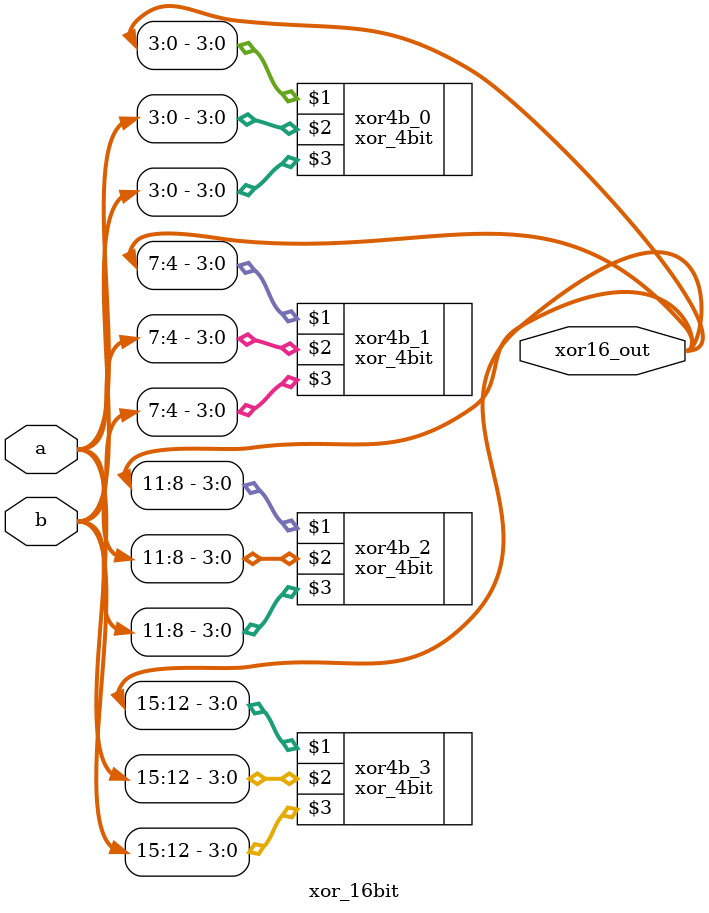
<source format=v>
module xor_16bit(output [15:0]xor16_out, input [15:0]a, b);//xor occurs for 16-bits numbers
			xor_4bit xor4b_0(xor16_out[3:0], a[3:0], b[3:0]);
			xor_4bit xor4b_1(xor16_out[7:4], a[7:4], b[7:4]);
			xor_4bit xor4b_2(xor16_out[11:8], a[11:8], b[11:8]);
			xor_4bit xor4b_3(xor16_out[15:12], a[15:12], b[15:12]);
			
endmodule

</source>
